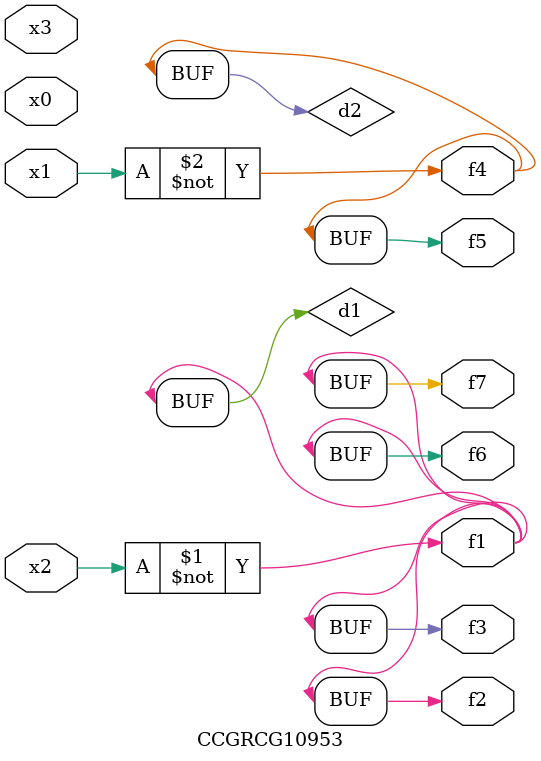
<source format=v>
module CCGRCG10953(
	input x0, x1, x2, x3,
	output f1, f2, f3, f4, f5, f6, f7
);

	wire d1, d2;

	xnor (d1, x2);
	not (d2, x1);
	assign f1 = d1;
	assign f2 = d1;
	assign f3 = d1;
	assign f4 = d2;
	assign f5 = d2;
	assign f6 = d1;
	assign f7 = d1;
endmodule

</source>
